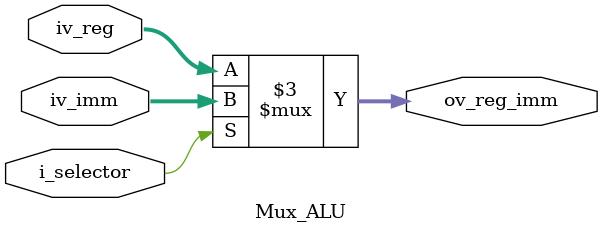
<source format=v>
module Mux_ALU(
	input [31:0] iv_reg,
	input [31:0] iv_imm,
	input i_selector,
	output reg[31:0] ov_reg_imm
);

always@*
begin
	if(i_selector)
	begin
		ov_reg_imm <= iv_imm;
	end
	else
	begin
		ov_reg_imm <= iv_reg;
	end
end 

endmodule 
</source>
